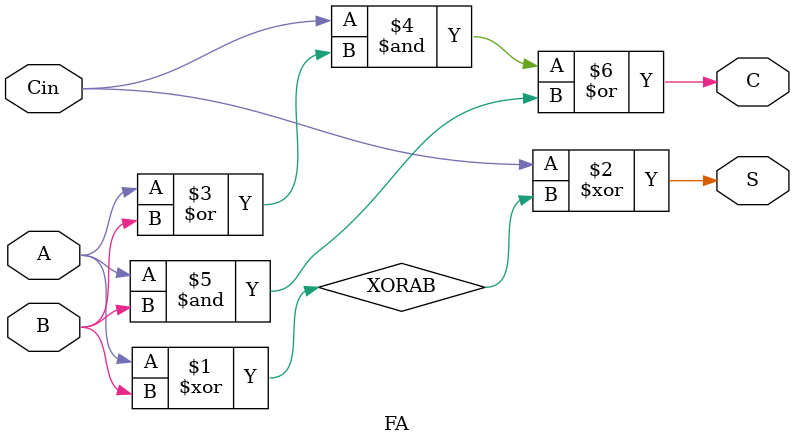
<source format=v>
`timescale 1ns / 1ps


module FA(
    input A,
    input B,
    input Cin,
    output C,
    output S
    );
wire XORAB,CAND1,CAND2,CAND3,OR1;
assign XORAB = A^B;
assign S = Cin^XORAB;
//compuerta_xor xor2 (A,B,XORAB);
//compuerta_xor xor3 (Cin,XORAB,S);

assign C = (Cin & (A|B))| A&B;

endmodule

</source>
